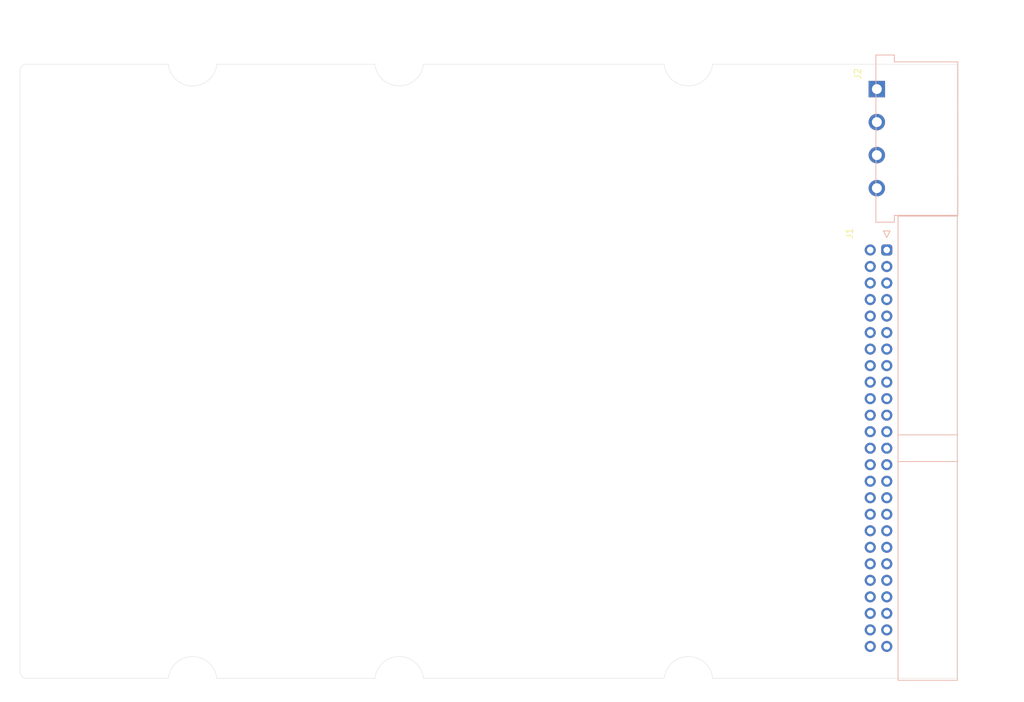
<source format=kicad_pcb>
(kicad_pcb (version 20171130) (host pcbnew "(5.1.6)-1")

  (general
    (thickness 1.6)
    (drawings 18)
    (tracks 0)
    (zones 0)
    (modules 3)
    (nets 1)
  )

  (page A4)
  (layers
    (0 F.Cu signal)
    (31 B.Cu signal)
    (32 B.Adhes user)
    (33 F.Adhes user)
    (34 B.Paste user)
    (35 F.Paste user)
    (36 B.SilkS user)
    (37 F.SilkS user)
    (38 B.Mask user)
    (39 F.Mask user)
    (40 Dwgs.User user)
    (41 Cmts.User user)
    (42 Eco1.User user)
    (43 Eco2.User user)
    (44 Edge.Cuts user)
    (45 Margin user)
    (46 B.CrtYd user)
    (47 F.CrtYd user)
    (48 B.Fab user)
    (49 F.Fab user)
  )

  (setup
    (last_trace_width 0.25)
    (trace_clearance 0.2)
    (zone_clearance 0.508)
    (zone_45_only no)
    (trace_min 0.2)
    (via_size 0.8)
    (via_drill 0.4)
    (via_min_size 0.4)
    (via_min_drill 0.3)
    (uvia_size 0.3)
    (uvia_drill 0.1)
    (uvias_allowed no)
    (uvia_min_size 0.2)
    (uvia_min_drill 0.1)
    (edge_width 0.05)
    (segment_width 0.2)
    (pcb_text_width 0.3)
    (pcb_text_size 1.5 1.5)
    (mod_edge_width 0.12)
    (mod_text_size 1 1)
    (mod_text_width 0.15)
    (pad_size 1.7 1.7)
    (pad_drill 1)
    (pad_to_mask_clearance 0.05)
    (aux_axis_origin 0 0)
    (grid_origin 74.44 52.51)
    (visible_elements 7FFFFFFF)
    (pcbplotparams
      (layerselection 0x010fc_ffffffff)
      (usegerberextensions true)
      (usegerberattributes false)
      (usegerberadvancedattributes false)
      (creategerberjobfile false)
      (excludeedgelayer true)
      (linewidth 0.100000)
      (plotframeref false)
      (viasonmask false)
      (mode 1)
      (useauxorigin false)
      (hpglpennumber 1)
      (hpglpenspeed 20)
      (hpglpendiameter 15.000000)
      (psnegative false)
      (psa4output false)
      (plotreference true)
      (plotvalue false)
      (plotinvisibletext false)
      (padsonsilk false)
      (subtractmaskfromsilk true)
      (outputformat 1)
      (mirror false)
      (drillshape 0)
      (scaleselection 1)
      (outputdirectory ""))
  )

  (net 0 "")

  (net_class Default "This is the default net class."
    (clearance 0.2)
    (trace_width 0.25)
    (via_dia 0.8)
    (via_drill 0.4)
    (uvia_dia 0.3)
    (uvia_drill 0.1)
  )

  (module project:TE_MATE-N-LOK_770846-1_1x04_P5.08mm_Horizontal (layer B.Cu) (tedit 60E09AEF) (tstamp 60D6265A)
    (at 206.121 63.954 90)
    (descr https://www.te.com/commerce/DocumentDelivery/DDEController?Action=showdoc&DocId=Customer+Drawing%7F770846%7FB%7Fpdf%7FEnglish%7FENG_CD_770846_B.pdf%7F770846-1)
    (tags "connector TE MATE-N-LOK horizontal entry ATA PATA IDE 3.5 inch drive power")
    (fp_text reference J2 (at 9.954 -2.921 -90) (layer F.SilkS)
      (effects (font (size 1 1) (thickness 0.15)))
    )
    (fp_text value "TE_MATE-N-LOK_ 770846-1_1x04_P5.08mm_horizontal" (at 0 -5.01 -90) (layer B.Fab)
      (effects (font (size 1 1) (thickness 0.15)) (justify mirror))
    )
    (fp_line (start -12.7 2.54) (end -12.7 2.54) (layer B.Fab) (width 0.12))
    (fp_line (start 12.7 0) (end 12.7 2.54) (layer B.Fab) (width 0.12))
    (fp_line (start 11.635 0) (end 12.7 0) (layer B.Fab) (width 0.12))
    (fp_line (start -12.7 0) (end -12.7 2.54) (layer B.Fab) (width 0.12))
    (fp_line (start -11.635 0) (end -12.7 0) (layer B.Fab) (width 0.12))
    (fp_line (start 11.635 12.29) (end 11.635 0) (layer B.Fab) (width 0.12))
    (fp_line (start -11.635 12.29) (end 11.635 12.29) (layer B.Fab) (width 0.12))
    (fp_line (start -11.635 0) (end -11.635 12.29) (layer B.Fab) (width 0.12))
    (fp_line (start 11.635 0) (end -11.635 0) (layer B.Fab) (width 0.12))
    (fp_line (start 12.954 12.5095) (end -12.954 12.5095) (layer B.CrtYd) (width 0.05))
    (fp_line (start 12.954 -1.27) (end 12.954 12.5095) (layer B.CrtYd) (width 0.05))
    (fp_line (start -12.954 -1.27) (end 12.954 -1.27) (layer B.CrtYd) (width 0.05))
    (fp_line (start -11.635 2.54) (end -12.7 2.54) (layer B.Fab) (width 0.12))
    (fp_line (start 11.635 2.54) (end 12.7 2.54) (layer B.Fab) (width 0.12))
    (fp_line (start -12.954 -1.27) (end -12.954 12.5095) (layer B.CrtYd) (width 0.05))
    (fp_line (start -12.85 -0.15) (end 12.85 -0.15) (layer B.SilkS) (width 0.12))
    (fp_line (start 12.85 -0.15) (end 12.85 2.69) (layer B.SilkS) (width 0.12))
    (fp_line (start 12.85 2.69) (end 11.795 2.69) (layer B.SilkS) (width 0.12))
    (fp_line (start 11.795 2.69) (end 11.795 12.44) (layer B.SilkS) (width 0.12))
    (fp_line (start 11.795 12.44) (end -11.795 12.44) (layer B.SilkS) (width 0.12))
    (fp_line (start -11.795 12.44) (end -11.795 2.69) (layer B.SilkS) (width 0.12))
    (fp_line (start -11.795 2.69) (end -12.85 2.69) (layer B.SilkS) (width 0.12))
    (fp_line (start -12.85 2.69) (end -12.85 -0.15) (layer B.SilkS) (width 0.12))
    (pad 1 thru_hole rect (at 7.62 0 90) (size 2.52 2.52) (drill 1.52) (layers *.Cu *.Mask))
    (pad 2 thru_hole circle (at 2.54 0 90) (size 2.52 2.52) (drill 1.52) (layers *.Cu *.Mask))
    (pad 3 thru_hole circle (at -2.54 0 90) (size 2.52 2.52) (drill 1.52) (layers *.Cu *.Mask))
    (pad 4 thru_hole circle (at -7.62 0 90) (size 2.52 2.52) (drill 1.52) (layers *.Cu *.Mask))
    (pad "" np_thru_hole circle (at 10.16 2.54 90) (size 2.54 2.54) (drill 2.54) (layers *.Cu *.Mask))
    (pad "" np_thru_hole circle (at -10.16 2.54 90) (size 2.54 2.54) (drill 2.54) (layers *.Cu *.Mask))
    (pad "" np_thru_hole circle (at -5.08 10.16 90) (size 3.99 3.99) (drill 3.99) (layers *.Cu *.Mask))
    (pad "" np_thru_hole circle (at 5.08 10.16 90) (size 3.99 3.99) (drill 3.99) (layers *.Cu *.Mask))
    (model ${KISYS3DMOD}/Connector_TE-Connectivity.3dshapes/TE_MATE-N-LOK_350211-1_1x04_P5.08mm_Vertical.wrl
      (at (xyz 0 0 0))
      (scale (xyz 1 1 1))
      (rotate (xyz 0 0 0))
    )
    (model ${KIPRJMOD}/project.pretty/c-770846-1-b-3d.stp
      (offset (xyz 0 12.54 4.6))
      (scale (xyz 1 1 1))
      (rotate (xyz -90 0 180))
    )
  )

  (module "project:3.5 Hard Drive Bottom Outline" (layer F.Cu) (tedit 60DFE8AA) (tstamp 60E0EC8F)
    (at 218.44 48.93)
    (fp_text reference REF** (at -63.5 -2.54) (layer F.SilkS) hide
      (effects (font (size 1 1) (thickness 0.15)))
    )
    (fp_text value "3.5 Hard Drive Bottom Outline" (at -66.04 -5.08) (layer F.Fab)
      (effects (font (size 1 1) (thickness 0.15)))
    )
    (fp_line (start 0 0) (end 0 3.175) (layer Dwgs.User) (width 0.12))
    (fp_circle (center -117.475 3.175) (end -115.7224 3.1496) (layer Dwgs.User) (width 0.12))
    (fp_circle (center -85.725 3.175) (end -83.9724 3.1623) (layer Dwgs.User) (width 0.12))
    (fp_circle (center -41.275 3.175) (end -39.5224 3.2004) (layer Dwgs.User) (width 0.12))
    (fp_circle (center -41.275 98.425) (end -39.5224 98.425) (layer Dwgs.User) (width 0.12))
    (fp_circle (center -85.725 98.425) (end -83.9724 98.4377) (layer Dwgs.User) (width 0.12))
    (fp_circle (center -117.475 98.425) (end -115.7224 98.3742) (layer Dwgs.User) (width 0.12))
    (fp_line (start -117.475 3.175) (end -117.475 3.81) (layer Dwgs.User) (width 0.12))
    (fp_line (start -85.725 3.175) (end -85.725 3.81) (layer Dwgs.User) (width 0.12))
    (fp_line (start -41.275 3.175) (end -41.275 3.81) (layer Dwgs.User) (width 0.12))
    (fp_line (start -41.275 98.425) (end -41.275 97.79) (layer Dwgs.User) (width 0.12))
    (fp_line (start -85.725 98.425) (end -85.725 97.79) (layer Dwgs.User) (width 0.12))
    (fp_line (start -117.475 98.425) (end -117.475 97.79) (layer Dwgs.User) (width 0.12))
    (fp_line (start -117.475 98.425) (end -146.9898 98.425) (layer Dwgs.User) (width 0.12))
    (fp_line (start -117.475 3.175) (end -146.9898 3.175) (layer Dwgs.User) (width 0.12))
    (fp_line (start -85.725 98.425) (end -117.475 98.425) (layer Dwgs.User) (width 0.12))
    (fp_line (start -41.275 98.425) (end -85.725 98.425) (layer Dwgs.User) (width 0.12))
    (fp_line (start 0 98.425) (end -41.275 98.425) (layer Dwgs.User) (width 0.12))
    (fp_line (start -85.725 3.175) (end -117.475 3.175) (layer Dwgs.User) (width 0.12))
    (fp_line (start -41.275 3.175) (end -85.725 3.175) (layer Dwgs.User) (width 0.12))
    (fp_line (start -41.275 3.175) (end 0 3.175) (layer Dwgs.User) (width 0.12))
    (fp_line (start -147 0) (end 0 0) (layer Dwgs.User) (width 0.12))
    (fp_line (start -147 101.6) (end -147 0) (layer Dwgs.User) (width 0.12))
    (fp_line (start 0 101.6) (end -147 101.6) (layer Dwgs.User) (width 0.12))
    (fp_line (start 0 0) (end 0 101.6) (layer Dwgs.User) (width 0.12))
    (fp_arc (start -41.275 98.425) (end -37.9222 98.425) (angle -180) (layer Dwgs.User) (width 0.12))
    (fp_arc (start -85.725 98.425) (end -82.3722 98.425) (angle -180) (layer Dwgs.User) (width 0.12))
    (fp_arc (start -117.475 98.425) (end -114.1222 98.425) (angle -180) (layer Dwgs.User) (width 0.12))
    (fp_arc (start -41.275 3.175) (end -44.6278 3.175) (angle -180) (layer Dwgs.User) (width 0.12))
    (fp_arc (start -85.725 3.175) (end -89.0778 3.175) (angle -180) (layer Dwgs.User) (width 0.12))
    (fp_arc (start -117.475 3.175) (end -120.8278 3.175) (angle -180) (layer Dwgs.User) (width 0.12))
  )

  (module project:IDC-Header_2x25_P2.54mm_Horizontal_Under (layer F.Cu) (tedit 6146A139) (tstamp 60D5C39C)
    (at 205.105 78.54)
    (descr "Through hole IDC box header, 2x25, 2.54mm pitch, DIN 41651 / IEC 60603-13, double rows, https://docs.google.com/spreadsheets/d/16SsEcesNF15N3Lb4niX7dcUr-NY5_MFPQhobNuNppn4/edit#gid=0")
    (tags "Through hole horizontal IDC box header THT 2x25 2.54mm double row")
    (fp_text reference J1 (at -3.175 0 -90) (layer F.SilkS)
      (effects (font (size 1 1) (thickness 0.15)))
    )
    (fp_text value IDC-Header_2x25_P2.54mm_Horizontal_Under (at 6.215 67.06) (layer F.Fab)
      (effects (font (size 1 1) (thickness 0.15)))
    )
    (fp_line (start 13.78 69.1) (end -1.35 69.1) (layer B.CrtYd) (width 0.05))
    (fp_line (start 13.78 -3.06) (end 13.78 69.1) (layer B.CrtYd) (width 0.05))
    (fp_line (start -1.35 -3.06) (end 13.78 -3.06) (layer B.CrtYd) (width 0.05))
    (fp_line (start -1.35 69.1) (end -1.35 -3.06) (layer B.CrtYd) (width 0.05))
    (fp_line (start 3.04 -0.3815) (end 2.54 0.6185) (layer B.SilkS) (width 0.12))
    (fp_line (start 2.04 -0.3815) (end 3.04 -0.3815) (layer B.SilkS) (width 0.12))
    (fp_line (start 2.54 0.6185) (end 2.04 -0.3815) (layer B.SilkS) (width 0.12))
    (fp_line (start 4.27 -2.67) (end 4.27 68.71) (layer B.SilkS) (width 0.12))
    (fp_line (start 13.39 -2.67) (end 4.27 -2.67) (layer B.SilkS) (width 0.12))
    (fp_line (start 13.39 68.71) (end 13.39 -2.67) (layer B.SilkS) (width 0.12))
    (fp_line (start 4.27 68.71) (end 13.39 68.71) (layer B.SilkS) (width 0.12))
    (fp_line (start 4.38 -2.56) (end 4.38 67.6) (layer B.Fab) (width 0.1))
    (fp_line (start 13.28 -2.56) (end 4.38 -2.56) (layer B.Fab) (width 0.1))
    (fp_line (start 13.28 68.6) (end 13.28 -2.56) (layer B.Fab) (width 0.1))
    (fp_line (start 5.38 68.6) (end 13.28 68.6) (layer B.Fab) (width 0.1))
    (fp_line (start -0.32 2.22) (end 4.38 2.22) (layer B.Fab) (width 0.1))
    (fp_line (start -0.32 2.86) (end -0.32 2.22) (layer B.Fab) (width 0.1))
    (fp_line (start 4.38 2.86) (end -0.32 2.86) (layer B.Fab) (width 0.1))
    (fp_line (start -0.32 4.76) (end 4.38 4.76) (layer B.Fab) (width 0.1))
    (fp_line (start -0.32 5.4) (end -0.32 4.76) (layer B.Fab) (width 0.1))
    (fp_line (start 4.38 5.4) (end -0.32 5.4) (layer B.Fab) (width 0.1))
    (fp_line (start -0.32 7.3) (end 4.38 7.3) (layer B.Fab) (width 0.1))
    (fp_line (start -0.32 7.94) (end -0.32 7.3) (layer B.Fab) (width 0.1))
    (fp_line (start 4.38 7.94) (end -0.32 7.94) (layer B.Fab) (width 0.1))
    (fp_line (start -0.32 9.84) (end 4.38 9.84) (layer B.Fab) (width 0.1))
    (fp_line (start -0.32 10.48) (end -0.32 9.84) (layer B.Fab) (width 0.1))
    (fp_line (start 4.38 10.48) (end -0.32 10.48) (layer B.Fab) (width 0.1))
    (fp_line (start -0.32 12.38) (end 4.38 12.38) (layer B.Fab) (width 0.1))
    (fp_line (start -0.32 13.02) (end -0.32 12.38) (layer B.Fab) (width 0.1))
    (fp_line (start 4.38 13.02) (end -0.32 13.02) (layer B.Fab) (width 0.1))
    (fp_line (start -0.32 14.92) (end 4.38 14.92) (layer B.Fab) (width 0.1))
    (fp_line (start -0.32 15.56) (end -0.32 14.92) (layer B.Fab) (width 0.1))
    (fp_line (start 4.38 15.56) (end -0.32 15.56) (layer B.Fab) (width 0.1))
    (fp_line (start -0.32 17.46) (end 4.38 17.46) (layer B.Fab) (width 0.1))
    (fp_line (start -0.32 18.1) (end -0.32 17.46) (layer B.Fab) (width 0.1))
    (fp_line (start 4.38 18.1) (end -0.32 18.1) (layer B.Fab) (width 0.1))
    (fp_line (start -0.32 20) (end 4.38 20) (layer B.Fab) (width 0.1))
    (fp_line (start -0.32 20.64) (end -0.32 20) (layer B.Fab) (width 0.1))
    (fp_line (start 4.38 20.64) (end -0.32 20.64) (layer B.Fab) (width 0.1))
    (fp_line (start -0.32 22.54) (end 4.38 22.54) (layer B.Fab) (width 0.1))
    (fp_line (start -0.32 23.18) (end -0.32 22.54) (layer B.Fab) (width 0.1))
    (fp_line (start 4.38 23.18) (end -0.32 23.18) (layer B.Fab) (width 0.1))
    (fp_line (start -0.32 25.08) (end 4.38 25.08) (layer B.Fab) (width 0.1))
    (fp_line (start -0.32 25.72) (end -0.32 25.08) (layer B.Fab) (width 0.1))
    (fp_line (start 4.38 25.72) (end -0.32 25.72) (layer B.Fab) (width 0.1))
    (fp_line (start -0.32 27.62) (end 4.38 27.62) (layer B.Fab) (width 0.1))
    (fp_line (start -0.32 28.26) (end -0.32 27.62) (layer B.Fab) (width 0.1))
    (fp_line (start 4.38 28.26) (end -0.32 28.26) (layer B.Fab) (width 0.1))
    (fp_line (start -0.32 30.16) (end 4.38 30.16) (layer B.Fab) (width 0.1))
    (fp_line (start -0.32 30.8) (end -0.32 30.16) (layer B.Fab) (width 0.1))
    (fp_line (start 4.38 30.8) (end -0.32 30.8) (layer B.Fab) (width 0.1))
    (fp_line (start -0.32 32.7) (end 4.38 32.7) (layer B.Fab) (width 0.1))
    (fp_line (start -0.32 33.34) (end -0.32 32.7) (layer B.Fab) (width 0.1))
    (fp_line (start 4.38 33.34) (end -0.32 33.34) (layer B.Fab) (width 0.1))
    (fp_line (start -0.32 35.24) (end 4.38 35.24) (layer B.Fab) (width 0.1))
    (fp_line (start -0.32 35.88) (end -0.32 35.24) (layer B.Fab) (width 0.1))
    (fp_line (start 4.38 35.88) (end -0.32 35.88) (layer B.Fab) (width 0.1))
    (fp_line (start -0.32 37.78) (end 4.38 37.78) (layer B.Fab) (width 0.1))
    (fp_line (start -0.32 38.42) (end -0.32 37.78) (layer B.Fab) (width 0.1))
    (fp_line (start 4.38 38.42) (end -0.32 38.42) (layer B.Fab) (width 0.1))
    (fp_line (start -0.32 40.32) (end 4.38 40.32) (layer B.Fab) (width 0.1))
    (fp_line (start -0.32 40.96) (end -0.32 40.32) (layer B.Fab) (width 0.1))
    (fp_line (start 4.38 40.96) (end -0.32 40.96) (layer B.Fab) (width 0.1))
    (fp_line (start -0.32 42.86) (end 4.38 42.86) (layer B.Fab) (width 0.1))
    (fp_line (start -0.32 43.5) (end -0.32 42.86) (layer B.Fab) (width 0.1))
    (fp_line (start 4.38 43.5) (end -0.32 43.5) (layer B.Fab) (width 0.1))
    (fp_line (start -0.32 45.4) (end 4.38 45.4) (layer B.Fab) (width 0.1))
    (fp_line (start -0.32 46.04) (end -0.32 45.4) (layer B.Fab) (width 0.1))
    (fp_line (start 4.38 46.04) (end -0.32 46.04) (layer B.Fab) (width 0.1))
    (fp_line (start -0.32 47.94) (end 4.38 47.94) (layer B.Fab) (width 0.1))
    (fp_line (start -0.32 48.58) (end -0.32 47.94) (layer B.Fab) (width 0.1))
    (fp_line (start 4.38 48.58) (end -0.32 48.58) (layer B.Fab) (width 0.1))
    (fp_line (start -0.32 50.48) (end 4.38 50.48) (layer B.Fab) (width 0.1))
    (fp_line (start -0.32 51.12) (end -0.32 50.48) (layer B.Fab) (width 0.1))
    (fp_line (start 4.38 51.12) (end -0.32 51.12) (layer B.Fab) (width 0.1))
    (fp_line (start -0.32 53.02) (end 4.38 53.02) (layer B.Fab) (width 0.1))
    (fp_line (start -0.32 53.66) (end -0.32 53.02) (layer B.Fab) (width 0.1))
    (fp_line (start 4.38 53.66) (end -0.32 53.66) (layer B.Fab) (width 0.1))
    (fp_line (start -0.32 55.56) (end 4.38 55.56) (layer B.Fab) (width 0.1))
    (fp_line (start -0.32 56.2) (end -0.32 55.56) (layer B.Fab) (width 0.1))
    (fp_line (start 4.38 56.2) (end -0.32 56.2) (layer B.Fab) (width 0.1))
    (fp_line (start -0.32 58.1) (end 4.38 58.1) (layer B.Fab) (width 0.1))
    (fp_line (start -0.32 58.74) (end -0.32 58.1) (layer B.Fab) (width 0.1))
    (fp_line (start 4.38 58.74) (end -0.32 58.74) (layer B.Fab) (width 0.1))
    (fp_line (start -0.32 60.64) (end 4.38 60.64) (layer B.Fab) (width 0.1))
    (fp_line (start -0.32 61.28) (end -0.32 60.64) (layer B.Fab) (width 0.1))
    (fp_line (start 4.38 61.28) (end -0.32 61.28) (layer B.Fab) (width 0.1))
    (fp_line (start -0.32 63.18) (end 4.38 63.18) (layer B.Fab) (width 0.1))
    (fp_line (start -0.32 63.82) (end -0.32 63.18) (layer B.Fab) (width 0.1))
    (fp_line (start 4.38 63.82) (end -0.32 63.82) (layer B.Fab) (width 0.1))
    (fp_line (start 4.27 30.97) (end 13.39 30.97) (layer B.SilkS) (width 0.12))
    (fp_line (start 4.27 35.07) (end 13.39 35.07) (layer B.SilkS) (width 0.12))
    (fp_line (start 4.38 30.97) (end 13.28 30.97) (layer B.Fab) (width 0.1))
    (fp_line (start 4.38 35.07) (end 13.28 35.07) (layer B.Fab) (width 0.1))
    (fp_line (start 4.38 67.6) (end 5.38 68.6) (layer B.Fab) (width 0.1))
    (fp_line (start 2.04 -0.3815) (end 3.04 -0.3815) (layer F.SilkS) (width 0.12))
    (fp_line (start 2.54 0.6185) (end 2.04 -0.3815) (layer F.SilkS) (width 0.12))
    (fp_line (start 3.04 -0.3815) (end 2.54 0.6185) (layer F.SilkS) (width 0.12))
    (fp_text user %R (at 8.83 30.48 90) (layer F.Fab)
      (effects (font (size 1 1) (thickness 0.15)))
    )
    (pad 1 thru_hole roundrect (at 2.54 2.54) (size 1.7 1.7) (drill 1) (layers *.Cu *.Mask) (roundrect_rratio 0.25))
    (pad 3 thru_hole circle (at 2.54 5.08) (size 1.7 1.7) (drill 1) (layers *.Cu *.Mask))
    (pad 5 thru_hole circle (at 2.54 7.62) (size 1.7 1.7) (drill 1) (layers *.Cu *.Mask))
    (pad 7 thru_hole circle (at 2.54 10.16) (size 1.7 1.7) (drill 1) (layers *.Cu *.Mask))
    (pad 9 thru_hole circle (at 2.54 12.7) (size 1.7 1.7) (drill 1) (layers *.Cu *.Mask))
    (pad 11 thru_hole circle (at 2.54 15.24) (size 1.7 1.7) (drill 1) (layers *.Cu *.Mask))
    (pad 13 thru_hole circle (at 2.54 17.78) (size 1.7 1.7) (drill 1) (layers *.Cu *.Mask))
    (pad 15 thru_hole circle (at 2.54 20.32) (size 1.7 1.7) (drill 1) (layers *.Cu *.Mask))
    (pad 17 thru_hole circle (at 2.54 22.86) (size 1.7 1.7) (drill 1) (layers *.Cu *.Mask))
    (pad 19 thru_hole circle (at 2.54 25.4) (size 1.7 1.7) (drill 1) (layers *.Cu *.Mask))
    (pad 21 thru_hole circle (at 2.54 27.94) (size 1.7 1.7) (drill 1) (layers *.Cu *.Mask))
    (pad 23 thru_hole circle (at 2.54 30.48) (size 1.7 1.7) (drill 1) (layers *.Cu *.Mask))
    (pad 25 thru_hole circle (at 2.54 33.02) (size 1.7 1.7) (drill 1) (layers *.Cu *.Mask))
    (pad 27 thru_hole circle (at 2.54 35.56) (size 1.7 1.7) (drill 1) (layers *.Cu *.Mask))
    (pad 29 thru_hole circle (at 2.54 38.1) (size 1.7 1.7) (drill 1) (layers *.Cu *.Mask))
    (pad 31 thru_hole circle (at 2.54 40.64) (size 1.7 1.7) (drill 1) (layers *.Cu *.Mask))
    (pad 33 thru_hole circle (at 2.54 43.18) (size 1.7 1.7) (drill 1) (layers *.Cu *.Mask))
    (pad 35 thru_hole circle (at 2.54 45.72) (size 1.7 1.7) (drill 1) (layers *.Cu *.Mask))
    (pad 37 thru_hole circle (at 2.54 48.26) (size 1.7 1.7) (drill 1) (layers *.Cu *.Mask))
    (pad 39 thru_hole circle (at 2.54 50.8) (size 1.7 1.7) (drill 1) (layers *.Cu *.Mask))
    (pad 41 thru_hole circle (at 2.54 53.34) (size 1.7 1.7) (drill 1) (layers *.Cu *.Mask))
    (pad 43 thru_hole circle (at 2.54 55.88) (size 1.7 1.7) (drill 1) (layers *.Cu *.Mask))
    (pad 45 thru_hole circle (at 2.54 58.42) (size 1.7 1.7) (drill 1) (layers *.Cu *.Mask))
    (pad 47 thru_hole circle (at 2.54 60.96) (size 1.7 1.7) (drill 1) (layers *.Cu *.Mask))
    (pad 49 thru_hole circle (at 2.54 63.5) (size 1.7 1.7) (drill 1) (layers *.Cu *.Mask))
    (pad 2 thru_hole circle (at 0 2.54) (size 1.7 1.7) (drill 1) (layers *.Cu *.Mask))
    (pad 4 thru_hole circle (at 0 5.08) (size 1.7 1.7) (drill 1) (layers *.Cu *.Mask))
    (pad 6 thru_hole circle (at 0 7.62) (size 1.7 1.7) (drill 1) (layers *.Cu *.Mask))
    (pad 8 thru_hole circle (at 0 10.16) (size 1.7 1.7) (drill 1) (layers *.Cu *.Mask))
    (pad 10 thru_hole circle (at 0 12.7) (size 1.7 1.7) (drill 1) (layers *.Cu *.Mask))
    (pad 12 thru_hole circle (at 0 15.24) (size 1.7 1.7) (drill 1) (layers *.Cu *.Mask))
    (pad 14 thru_hole circle (at 0 17.78) (size 1.7 1.7) (drill 1) (layers *.Cu *.Mask))
    (pad 16 thru_hole circle (at 0 20.32) (size 1.7 1.7) (drill 1) (layers *.Cu *.Mask))
    (pad 18 thru_hole circle (at 0 22.86) (size 1.7 1.7) (drill 1) (layers *.Cu *.Mask))
    (pad 20 thru_hole circle (at 0 25.4) (size 1.7 1.7) (drill 1) (layers *.Cu *.Mask))
    (pad 22 thru_hole circle (at 0 27.94) (size 1.7 1.7) (drill 1) (layers *.Cu *.Mask))
    (pad 24 thru_hole circle (at 0 30.48) (size 1.7 1.7) (drill 1) (layers *.Cu *.Mask))
    (pad 26 thru_hole circle (at 0 33.02) (size 1.7 1.7) (drill 1) (layers *.Cu *.Mask))
    (pad 28 thru_hole circle (at 0 35.56) (size 1.7 1.7) (drill 1) (layers *.Cu *.Mask))
    (pad 30 thru_hole circle (at 0 38.1) (size 1.7 1.7) (drill 1) (layers *.Cu *.Mask))
    (pad 32 thru_hole circle (at 0 40.64) (size 1.7 1.7) (drill 1) (layers *.Cu *.Mask))
    (pad 34 thru_hole circle (at 0 43.18) (size 1.7 1.7) (drill 1) (layers *.Cu *.Mask))
    (pad 36 thru_hole circle (at 0 45.72) (size 1.7 1.7) (drill 1) (layers *.Cu *.Mask))
    (pad 38 thru_hole circle (at 0 48.26) (size 1.7 1.7) (drill 1) (layers *.Cu *.Mask))
    (pad 40 thru_hole circle (at 0 50.8) (size 1.7 1.7) (drill 1) (layers *.Cu *.Mask))
    (pad 42 thru_hole circle (at 0 53.34) (size 1.7 1.7) (drill 1) (layers *.Cu *.Mask))
    (pad 44 thru_hole circle (at 0 55.88) (size 1.7 1.7) (drill 1) (layers *.Cu *.Mask))
    (pad 46 thru_hole circle (at 0 58.42) (size 1.7 1.7) (drill 1) (layers *.Cu *.Mask))
    (pad 48 thru_hole circle (at 0 60.96) (size 1.7 1.7) (drill 1) (layers *.Cu *.Mask))
    (pad 50 thru_hole circle (at 0 63.5) (size 1.7 1.7) (drill 1) (layers *.Cu *.Mask))
    (model ${KIPRJMOD}/project.pretty/IDC-Header_2x25_P2.54mm_Horizontal_Bottom.step
      (offset (xyz 0 -63.5 -1.75))
      (scale (xyz 1 1 1))
      (rotate (xyz 180 0 0))
    )
  )

  (gr_arc (start 75.44 53.51) (end 75.44 52.51) (angle -90) (layer Edge.Cuts) (width 0.05))
  (gr_arc (start 75.44 145.95) (end 74.44 145.95) (angle -90) (layer Edge.Cuts) (width 0.05))
  (gr_line (start 97.240001 52.509999) (end 75.44 52.51) (layer Edge.Cuts) (width 0.05) (tstamp 60E11AB6))
  (gr_line (start 128.980001 52.509999) (end 104.699999 52.510001) (layer Edge.Cuts) (width 0.05) (tstamp 60E11AB5))
  (gr_line (start 173.430001 52.509999) (end 136.439999 52.510001) (layer Edge.Cuts) (width 0.05) (tstamp 60E11AB4))
  (gr_line (start 218.44 52.51) (end 180.889999 52.510001) (layer Edge.Cuts) (width 0.05) (tstamp 60E11AB3))
  (gr_line (start 180.899999 146.950001) (end 218.44 146.95) (layer Edge.Cuts) (width 0.05) (tstamp 60E11AB1))
  (gr_line (start 136.449999 146.950001) (end 173.440001 146.949999) (layer Edge.Cuts) (width 0.05) (tstamp 60E11AB0))
  (gr_line (start 104.699999 146.950001) (end 128.990001 146.949999) (layer Edge.Cuts) (width 0.05) (tstamp 60E11AAF))
  (gr_line (start 97.240001 146.949999) (end 75.44 146.95) (layer Edge.Cuts) (width 0.05) (tstamp 60E11AAE))
  (gr_arc (start 177.17 147.35) (end 180.899999 146.950001) (angle -167.7581455) (layer Edge.Cuts) (width 0.05))
  (gr_arc (start 132.72 147.35) (end 136.449999 146.950001) (angle -167.7581455) (layer Edge.Cuts) (width 0.05))
  (gr_arc (start 100.97 147.35) (end 104.699999 146.950001) (angle -167.7581455) (layer Edge.Cuts) (width 0.05))
  (gr_arc (start 100.97 52.11) (end 97.240001 52.509999) (angle -167.7581455) (layer Edge.Cuts) (width 0.05))
  (gr_arc (start 132.71 52.1) (end 128.980001 52.509999) (angle -167.4545094) (layer Edge.Cuts) (width 0.05))
  (gr_arc (start 177.16 52.1) (end 173.430001 52.509999) (angle -167.4545094) (layer Edge.Cuts) (width 0.05))
  (gr_line (start 74.44 145.95) (end 74.44 53.51) (layer Edge.Cuts) (width 0.05))
  (gr_line (start 218.44 52.51) (end 218.44 146.95) (layer Edge.Cuts) (width 0.05))

)

</source>
